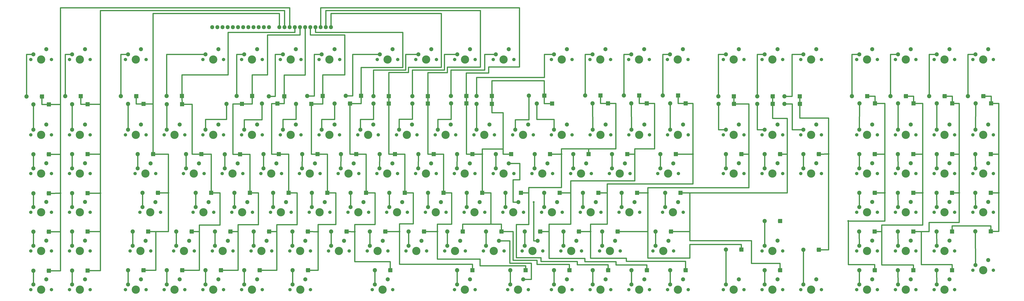
<source format=gtl>
G04 MADE WITH FRITZING*
G04 WWW.FRITZING.ORG*
G04 DOUBLE SIDED*
G04 HOLES PLATED*
G04 CONTOUR ON CENTER OF CONTOUR VECTOR*
%ASAXBY*%
%FSLAX23Y23*%
%MOIN*%
%OFA0B0*%
%SFA1.0B1.0*%
%ADD10C,0.078639*%
%ADD11C,0.158908*%
%ADD12C,0.065278*%
%ADD13C,0.082000*%
%ADD14C,0.039370*%
%ADD15C,0.078000*%
%ADD16R,0.082000X0.082000*%
%ADD17C,0.024000*%
%LNCOPPER1*%
G90*
G70*
G54D10*
X410Y5304D03*
X659Y5404D03*
G54D11*
X560Y5204D03*
G54D12*
X360Y5204D03*
X759Y5204D03*
G54D10*
X1160Y5304D03*
X1409Y5404D03*
G54D11*
X1310Y5204D03*
G54D12*
X1110Y5204D03*
X1509Y5204D03*
G54D10*
X2243Y5304D03*
X2493Y5404D03*
G54D11*
X2393Y5204D03*
G54D12*
X2193Y5204D03*
X2592Y5204D03*
G54D10*
X3743Y5304D03*
X3993Y5404D03*
G54D11*
X3893Y5204D03*
G54D12*
X3693Y5204D03*
X4092Y5204D03*
G54D10*
X4493Y5304D03*
X4743Y5404D03*
G54D11*
X4643Y5204D03*
G54D12*
X4443Y5204D03*
X4842Y5204D03*
G54D10*
X5993Y5304D03*
X6243Y5404D03*
G54D11*
X6143Y5204D03*
G54D12*
X5943Y5204D03*
X6342Y5204D03*
G54D10*
X5243Y5304D03*
X5493Y5404D03*
G54D11*
X5393Y5204D03*
G54D12*
X5193Y5204D03*
X5592Y5204D03*
G54D10*
X7867Y5304D03*
X8116Y5404D03*
G54D11*
X8016Y5204D03*
G54D12*
X7816Y5204D03*
X8216Y5204D03*
G54D10*
X7118Y5304D03*
X7367Y5404D03*
G54D11*
X7268Y5204D03*
G54D12*
X7068Y5204D03*
X7467Y5204D03*
G54D10*
X9367Y5304D03*
X9616Y5404D03*
G54D11*
X9516Y5204D03*
G54D12*
X9316Y5204D03*
X9716Y5204D03*
G54D10*
X8618Y5304D03*
X8867Y5404D03*
G54D11*
X8768Y5204D03*
G54D12*
X8568Y5204D03*
X8967Y5204D03*
G54D10*
X10492Y5304D03*
X10742Y5404D03*
G54D11*
X10642Y5204D03*
G54D12*
X10442Y5204D03*
X10842Y5204D03*
G54D10*
X12741Y5304D03*
X12991Y5404D03*
G54D11*
X12891Y5204D03*
G54D12*
X12691Y5204D03*
X13091Y5204D03*
G54D10*
X11241Y5304D03*
X11491Y5404D03*
G54D11*
X11391Y5204D03*
G54D12*
X11191Y5204D03*
X11591Y5204D03*
G54D10*
X11991Y5304D03*
X12241Y5404D03*
G54D11*
X12141Y5204D03*
G54D12*
X11941Y5204D03*
X12341Y5204D03*
G54D10*
X14574Y5304D03*
X14823Y5404D03*
G54D11*
X14723Y5204D03*
G54D12*
X14523Y5204D03*
X14923Y5204D03*
G54D10*
X13824Y5304D03*
X14073Y5404D03*
G54D11*
X13973Y5204D03*
G54D12*
X13773Y5204D03*
X14173Y5204D03*
G54D10*
X15324Y5304D03*
X15573Y5404D03*
G54D11*
X15473Y5204D03*
G54D12*
X15273Y5204D03*
X15673Y5204D03*
G54D10*
X18655Y5304D03*
X18904Y5404D03*
G54D11*
X18805Y5204D03*
G54D12*
X18605Y5204D03*
X19004Y5204D03*
G54D10*
X16406Y5304D03*
X16655Y5404D03*
G54D11*
X16556Y5204D03*
G54D12*
X16356Y5204D03*
X16755Y5204D03*
G54D10*
X17905Y5304D03*
X18154Y5404D03*
G54D11*
X18055Y5204D03*
G54D12*
X17855Y5204D03*
X18254Y5204D03*
G54D10*
X17155Y5304D03*
X17404Y5404D03*
G54D11*
X17305Y5204D03*
G54D12*
X17105Y5204D03*
X17504Y5204D03*
G54D10*
X410Y3844D03*
X659Y3944D03*
G54D11*
X560Y3744D03*
G54D12*
X360Y3744D03*
X759Y3744D03*
G54D10*
X1160Y3844D03*
X1409Y3944D03*
G54D11*
X1310Y3744D03*
G54D12*
X1110Y3744D03*
X1509Y3744D03*
G54D10*
X1160Y3094D03*
X1409Y3194D03*
G54D11*
X1310Y2994D03*
G54D12*
X1110Y2994D03*
X1509Y2994D03*
G54D10*
X410Y3094D03*
X659Y3194D03*
G54D11*
X560Y2994D03*
G54D12*
X360Y2994D03*
X759Y2994D03*
G54D10*
X410Y2344D03*
X659Y2444D03*
G54D11*
X560Y2244D03*
G54D12*
X360Y2244D03*
X759Y2244D03*
G54D10*
X1160Y2344D03*
X1409Y2444D03*
G54D11*
X1310Y2244D03*
G54D12*
X1110Y2244D03*
X1509Y2244D03*
G54D10*
X1160Y1594D03*
X1409Y1694D03*
G54D11*
X1310Y1494D03*
G54D12*
X1110Y1494D03*
X1509Y1494D03*
G54D10*
X410Y1594D03*
X659Y1694D03*
G54D11*
X560Y1494D03*
G54D12*
X360Y1494D03*
X759Y1494D03*
G54D10*
X1160Y844D03*
X1409Y944D03*
G54D11*
X1310Y744D03*
G54D12*
X1110Y744D03*
X1509Y744D03*
G54D10*
X410Y844D03*
X659Y944D03*
G54D11*
X560Y744D03*
G54D12*
X360Y744D03*
X759Y744D03*
G54D10*
X13824Y3844D03*
X14073Y3944D03*
G54D11*
X13973Y3744D03*
G54D12*
X13773Y3744D03*
X14173Y3744D03*
G54D10*
X15324Y3844D03*
X15573Y3944D03*
G54D11*
X15473Y3744D03*
G54D12*
X15273Y3744D03*
X15673Y3744D03*
G54D10*
X14574Y3844D03*
X14823Y3944D03*
G54D11*
X14723Y3744D03*
G54D12*
X14523Y3744D03*
X14923Y3744D03*
G54D10*
X15324Y3095D03*
X15573Y3195D03*
G54D11*
X15473Y2995D03*
G54D12*
X15273Y2995D03*
X15673Y2995D03*
G54D10*
X13824Y3095D03*
X14073Y3195D03*
G54D11*
X13973Y2995D03*
G54D12*
X13773Y2995D03*
X14173Y2995D03*
G54D10*
X14574Y3095D03*
X14823Y3195D03*
G54D11*
X14723Y2995D03*
G54D12*
X14523Y2995D03*
X14923Y2995D03*
G54D10*
X14574Y1595D03*
X14823Y1695D03*
G54D11*
X14723Y1495D03*
G54D12*
X14523Y1495D03*
X14923Y1495D03*
G54D10*
X15324Y844D03*
X15573Y944D03*
G54D11*
X15473Y744D03*
G54D12*
X15273Y744D03*
X15673Y744D03*
G54D10*
X13824Y844D03*
X14073Y944D03*
G54D11*
X13973Y744D03*
G54D12*
X13773Y744D03*
X14173Y744D03*
G54D10*
X14574Y844D03*
X14823Y944D03*
G54D11*
X14723Y744D03*
G54D12*
X14523Y744D03*
X14923Y744D03*
G54D10*
X16406Y3845D03*
X16655Y3945D03*
G54D11*
X16555Y3745D03*
G54D12*
X16355Y3745D03*
X16755Y3745D03*
G54D10*
X17155Y3845D03*
X17404Y3945D03*
G54D11*
X17305Y3745D03*
G54D12*
X17105Y3745D03*
X17504Y3745D03*
G54D10*
X18655Y3845D03*
X18904Y3945D03*
G54D11*
X18805Y3745D03*
G54D12*
X18605Y3745D03*
X19004Y3745D03*
G54D10*
X17905Y3845D03*
X18154Y3945D03*
G54D11*
X18055Y3745D03*
G54D12*
X17855Y3745D03*
X18254Y3745D03*
G54D10*
X16406Y3095D03*
X16655Y3195D03*
G54D11*
X16555Y2995D03*
G54D12*
X16355Y2995D03*
X16755Y2995D03*
G54D10*
X18655Y3095D03*
X18904Y3195D03*
G54D11*
X18805Y2995D03*
G54D12*
X18605Y2995D03*
X19004Y2995D03*
G54D10*
X17905Y3095D03*
X18154Y3195D03*
G54D11*
X18055Y2995D03*
G54D12*
X17855Y2995D03*
X18254Y2995D03*
G54D10*
X17155Y3095D03*
X17404Y3195D03*
G54D11*
X17305Y2995D03*
G54D12*
X17105Y2995D03*
X17504Y2995D03*
G54D10*
X18655Y1221D03*
X18904Y1320D03*
G54D11*
X18805Y1121D03*
G54D12*
X18605Y1121D03*
X19004Y1121D03*
G54D10*
X16406Y1595D03*
X16655Y1695D03*
G54D11*
X16555Y1495D03*
G54D12*
X16355Y1495D03*
X16755Y1495D03*
G54D10*
X17905Y2345D03*
X18154Y2445D03*
G54D11*
X18055Y2245D03*
G54D12*
X17855Y2245D03*
X18254Y2245D03*
G54D10*
X17905Y1595D03*
X18154Y1695D03*
G54D11*
X18055Y1495D03*
G54D12*
X17855Y1495D03*
X18254Y1495D03*
G54D10*
X17155Y1595D03*
X17404Y1695D03*
G54D11*
X17305Y1495D03*
G54D12*
X17105Y1495D03*
X17504Y1495D03*
G54D10*
X18655Y2345D03*
X18904Y2445D03*
G54D11*
X18805Y2245D03*
G54D12*
X18605Y2245D03*
X19004Y2245D03*
G54D10*
X17155Y2345D03*
X17404Y2445D03*
G54D11*
X17305Y2245D03*
G54D12*
X17105Y2245D03*
X17504Y2245D03*
G54D10*
X16406Y2345D03*
X16655Y2445D03*
G54D11*
X16555Y2245D03*
G54D12*
X16355Y2245D03*
X16755Y2245D03*
G54D10*
X17155Y845D03*
X17404Y945D03*
G54D11*
X17305Y745D03*
G54D12*
X17105Y745D03*
X17504Y745D03*
G54D10*
X17905Y845D03*
X18154Y945D03*
G54D11*
X18055Y745D03*
G54D12*
X17855Y745D03*
X18254Y745D03*
G54D10*
X16406Y845D03*
X16655Y945D03*
G54D11*
X16555Y745D03*
G54D12*
X16355Y745D03*
X16755Y745D03*
G54D10*
X5243Y3844D03*
X5493Y3944D03*
G54D11*
X5393Y3744D03*
G54D12*
X5193Y3744D03*
X5592Y3744D03*
G54D10*
X2993Y3844D03*
X3243Y3944D03*
G54D11*
X3143Y3744D03*
G54D12*
X2943Y3744D03*
X3342Y3744D03*
G54D10*
X2243Y3844D03*
X2493Y3944D03*
G54D11*
X2393Y3744D03*
G54D12*
X2193Y3744D03*
X2592Y3744D03*
G54D10*
X3743Y3844D03*
X3993Y3944D03*
G54D11*
X3893Y3744D03*
G54D12*
X3693Y3744D03*
X4092Y3744D03*
G54D10*
X4493Y3844D03*
X4743Y3944D03*
G54D11*
X4643Y3744D03*
G54D12*
X4443Y3744D03*
X4842Y3744D03*
G54D10*
X8992Y3844D03*
X9242Y3944D03*
G54D11*
X9142Y3744D03*
G54D12*
X8942Y3744D03*
X9341Y3744D03*
G54D10*
X8242Y3844D03*
X8492Y3944D03*
G54D11*
X8392Y3744D03*
G54D12*
X8192Y3744D03*
X8591Y3744D03*
G54D10*
X6742Y3844D03*
X6992Y3944D03*
G54D11*
X6892Y3744D03*
G54D12*
X6692Y3744D03*
X7091Y3744D03*
G54D10*
X7492Y3844D03*
X7742Y3944D03*
G54D11*
X7642Y3744D03*
G54D12*
X7442Y3744D03*
X7841Y3744D03*
G54D10*
X5992Y3844D03*
X6242Y3944D03*
G54D11*
X6142Y3744D03*
G54D12*
X5942Y3744D03*
X6341Y3744D03*
G54D10*
X12743Y3844D03*
X12993Y3944D03*
G54D11*
X12893Y3744D03*
G54D12*
X12693Y3744D03*
X13093Y3744D03*
G54D10*
X11993Y3844D03*
X12243Y3944D03*
G54D11*
X12143Y3744D03*
G54D12*
X11943Y3744D03*
X12343Y3744D03*
G54D10*
X10493Y3844D03*
X10743Y3944D03*
G54D11*
X10643Y3744D03*
G54D12*
X10443Y3744D03*
X10843Y3744D03*
G54D10*
X11243Y3844D03*
X11493Y3944D03*
G54D11*
X11393Y3744D03*
G54D12*
X11193Y3744D03*
X11593Y3744D03*
G54D10*
X9743Y3844D03*
X9993Y3944D03*
G54D11*
X9893Y3744D03*
G54D12*
X9693Y3744D03*
X10092Y3744D03*
G54D10*
X6364Y3094D03*
X6614Y3193D03*
G54D11*
X6514Y2994D03*
G54D12*
X6314Y2994D03*
X6714Y2994D03*
G54D10*
X8614Y3094D03*
X8864Y3193D03*
G54D11*
X8764Y2994D03*
G54D12*
X8564Y2994D03*
X8964Y2994D03*
G54D10*
X4115Y3094D03*
X4365Y3193D03*
G54D11*
X4265Y2994D03*
G54D12*
X4065Y2994D03*
X4465Y2994D03*
G54D10*
X2429Y3094D03*
X2679Y3193D03*
G54D11*
X2579Y2994D03*
G54D12*
X2379Y2994D03*
X2779Y2994D03*
G54D10*
X7864Y3094D03*
X8114Y3193D03*
G54D11*
X8014Y2994D03*
G54D12*
X7814Y2994D03*
X8214Y2994D03*
G54D10*
X9365Y3094D03*
X9615Y3193D03*
G54D11*
X9515Y2994D03*
G54D12*
X9315Y2994D03*
X9715Y2994D03*
G54D10*
X11615Y3094D03*
X11865Y3193D03*
G54D11*
X11765Y2994D03*
G54D12*
X11565Y2994D03*
X11965Y2994D03*
G54D10*
X10865Y3094D03*
X11115Y3193D03*
G54D11*
X11015Y2994D03*
G54D12*
X10815Y2994D03*
X11215Y2994D03*
G54D10*
X12554Y3094D03*
X12804Y3193D03*
G54D11*
X12704Y2994D03*
G54D12*
X12504Y2994D03*
X12904Y2994D03*
G54D10*
X5614Y3094D03*
X5864Y3193D03*
G54D11*
X5764Y2994D03*
G54D12*
X5564Y2994D03*
X5964Y2994D03*
G54D10*
X7114Y3094D03*
X7364Y3193D03*
G54D11*
X7264Y2994D03*
G54D12*
X7064Y2994D03*
X7464Y2994D03*
G54D10*
X10115Y3094D03*
X10365Y3193D03*
G54D11*
X10265Y2994D03*
G54D12*
X10065Y2994D03*
X10465Y2994D03*
G54D10*
X3365Y3094D03*
X3615Y3193D03*
G54D11*
X3515Y2994D03*
G54D12*
X3315Y2994D03*
X3715Y2994D03*
G54D10*
X4865Y3094D03*
X5115Y3193D03*
G54D11*
X5015Y2994D03*
G54D12*
X4815Y2994D03*
X5215Y2994D03*
G54D10*
X2523Y2344D03*
X2772Y2443D03*
G54D11*
X2673Y2244D03*
G54D12*
X2473Y2244D03*
X2872Y2244D03*
G54D10*
X8053Y2344D03*
X8303Y2443D03*
G54D11*
X8203Y2244D03*
G54D12*
X8003Y2244D03*
X8402Y2244D03*
G54D10*
X8803Y2344D03*
X9053Y2443D03*
G54D11*
X8953Y2244D03*
G54D12*
X8753Y2244D03*
X9152Y2244D03*
G54D10*
X6553Y2344D03*
X6803Y2443D03*
G54D11*
X6703Y2244D03*
G54D12*
X6503Y2244D03*
X6902Y2244D03*
G54D10*
X11054Y2344D03*
X11304Y2443D03*
G54D11*
X11204Y2244D03*
G54D12*
X11004Y2244D03*
X11404Y2244D03*
G54D10*
X5803Y2344D03*
X6053Y2443D03*
G54D11*
X5953Y2244D03*
G54D12*
X5753Y2244D03*
X6152Y2244D03*
G54D10*
X3554Y2344D03*
X3804Y2443D03*
G54D11*
X3704Y2244D03*
G54D12*
X3504Y2244D03*
X3904Y2244D03*
G54D10*
X9554Y2344D03*
X9804Y2443D03*
G54D11*
X9704Y2244D03*
G54D12*
X9504Y2244D03*
X9904Y2244D03*
G54D10*
X4304Y2344D03*
X4554Y2443D03*
G54D11*
X4454Y2244D03*
G54D12*
X4254Y2244D03*
X4654Y2244D03*
G54D10*
X7303Y2344D03*
X7553Y2443D03*
G54D11*
X7453Y2244D03*
G54D12*
X7253Y2244D03*
X7652Y2244D03*
G54D10*
X12645Y2344D03*
X12895Y2443D03*
G54D11*
X12795Y2244D03*
G54D12*
X12595Y2244D03*
X12995Y2244D03*
G54D10*
X10304Y2344D03*
X10554Y2443D03*
G54D11*
X10454Y2244D03*
G54D12*
X10254Y2244D03*
X10654Y2244D03*
G54D10*
X5054Y2344D03*
X5304Y2443D03*
G54D11*
X5204Y2244D03*
G54D12*
X5004Y2244D03*
X5404Y2244D03*
G54D10*
X11804Y2344D03*
X12054Y2443D03*
G54D11*
X11954Y2244D03*
G54D12*
X11754Y2244D03*
X12154Y2244D03*
G54D10*
X6925Y1594D03*
X7175Y1693D03*
G54D11*
X7075Y1494D03*
G54D12*
X6875Y1494D03*
X7275Y1494D03*
G54D10*
X9927Y1594D03*
X10176Y1693D03*
G54D11*
X10076Y1494D03*
G54D12*
X9876Y1494D03*
X10276Y1494D03*
G54D10*
X6175Y1594D03*
X6425Y1693D03*
G54D11*
X6325Y1494D03*
G54D12*
X6125Y1494D03*
X6525Y1494D03*
G54D10*
X12459Y1594D03*
X12709Y1693D03*
G54D11*
X12609Y1494D03*
G54D12*
X12409Y1494D03*
X12809Y1494D03*
G54D10*
X3177Y1594D03*
X3426Y1693D03*
G54D11*
X3326Y1494D03*
G54D12*
X3126Y1494D03*
X3526Y1494D03*
G54D10*
X10677Y1594D03*
X10926Y1693D03*
G54D11*
X10826Y1494D03*
G54D12*
X10626Y1494D03*
X11026Y1494D03*
G54D10*
X2334Y1594D03*
X2583Y1693D03*
G54D11*
X2484Y1494D03*
G54D12*
X2284Y1494D03*
X2683Y1494D03*
G54D10*
X3927Y1594D03*
X4176Y1693D03*
G54D11*
X4076Y1494D03*
G54D12*
X3876Y1494D03*
X4276Y1494D03*
G54D10*
X7675Y1594D03*
X7925Y1693D03*
G54D11*
X7825Y1494D03*
G54D12*
X7625Y1494D03*
X8025Y1494D03*
G54D10*
X4677Y1594D03*
X4926Y1693D03*
G54D11*
X4826Y1494D03*
G54D12*
X4626Y1494D03*
X5026Y1494D03*
G54D10*
X11427Y1594D03*
X11676Y1693D03*
G54D11*
X11576Y1494D03*
G54D12*
X11376Y1494D03*
X11776Y1494D03*
G54D10*
X9177Y1594D03*
X9426Y1693D03*
G54D11*
X9326Y1494D03*
G54D12*
X9126Y1494D03*
X9526Y1494D03*
G54D10*
X5425Y1594D03*
X5675Y1693D03*
G54D11*
X5575Y1494D03*
G54D12*
X5375Y1494D03*
X5775Y1494D03*
G54D10*
X8425Y1594D03*
X8675Y1693D03*
G54D11*
X8575Y1494D03*
G54D12*
X8375Y1494D03*
X8775Y1494D03*
G54D10*
X2993Y844D03*
X3243Y944D03*
G54D11*
X3143Y744D03*
G54D12*
X2943Y744D03*
X3342Y744D03*
G54D10*
X3743Y844D03*
X3993Y944D03*
G54D11*
X3893Y744D03*
G54D12*
X3693Y744D03*
X4092Y744D03*
G54D10*
X4493Y844D03*
X4743Y944D03*
G54D11*
X4643Y744D03*
G54D12*
X4443Y744D03*
X4842Y744D03*
G54D10*
X9645Y844D03*
X9895Y944D03*
G54D11*
X9795Y744D03*
G54D12*
X9595Y744D03*
X9995Y744D03*
G54D10*
X10493Y844D03*
X10743Y944D03*
G54D11*
X10643Y744D03*
G54D12*
X10443Y744D03*
X10843Y744D03*
G54D10*
X11993Y844D03*
X12243Y944D03*
G54D11*
X12143Y744D03*
G54D12*
X11943Y744D03*
X12343Y744D03*
G54D10*
X12743Y844D03*
X12993Y944D03*
G54D11*
X12893Y744D03*
G54D12*
X12693Y744D03*
X13093Y744D03*
G54D10*
X2243Y844D03*
X2493Y944D03*
G54D11*
X2393Y744D03*
G54D12*
X2193Y744D03*
X2592Y744D03*
G54D10*
X7022Y844D03*
X7272Y944D03*
G54D11*
X7172Y744D03*
G54D12*
X6972Y744D03*
X7371Y744D03*
G54D10*
X11243Y844D03*
X11493Y944D03*
G54D11*
X11393Y744D03*
G54D12*
X11193Y744D03*
X11593Y744D03*
G54D10*
X5428Y844D03*
X5677Y944D03*
G54D11*
X5578Y744D03*
G54D12*
X5378Y744D03*
X5777Y744D03*
G54D10*
X8615Y844D03*
X8865Y944D03*
G54D11*
X8765Y744D03*
G54D12*
X8565Y744D03*
X8965Y744D03*
G54D13*
X707Y3368D03*
X409Y3368D03*
X1459Y3373D03*
X1161Y3373D03*
X707Y4335D03*
X409Y4335D03*
X1459Y4339D03*
X1161Y4339D03*
X574Y4490D03*
X276Y4490D03*
X1325Y4495D03*
X1027Y4495D03*
X707Y2613D03*
X409Y2613D03*
X1459Y2617D03*
X1161Y2617D03*
X707Y1868D03*
X409Y1868D03*
X1459Y1873D03*
X1161Y1873D03*
X707Y1113D03*
X409Y1113D03*
X1459Y1117D03*
X1161Y1117D03*
X2541Y1121D03*
X2243Y1121D03*
X3291Y1121D03*
X2993Y1121D03*
X4041Y1121D03*
X3743Y1121D03*
X4791Y1121D03*
X4493Y1121D03*
X5727Y1121D03*
X5429Y1121D03*
X7321Y1121D03*
X7023Y1121D03*
X8913Y1121D03*
X8615Y1121D03*
X9943Y1121D03*
X9645Y1121D03*
X10791Y1121D03*
X10493Y1121D03*
X11541Y1121D03*
X11243Y1121D03*
X12291Y1121D03*
X11993Y1121D03*
X13041Y1121D03*
X12743Y1121D03*
X14121Y1521D03*
X13823Y1521D03*
X14871Y1121D03*
X14573Y1121D03*
X15621Y1518D03*
X15323Y1518D03*
X14871Y2074D03*
X14573Y2074D03*
X16704Y1121D03*
X16406Y1121D03*
X17452Y1121D03*
X17154Y1121D03*
X18202Y1121D03*
X17904Y1121D03*
X18952Y1874D03*
X18654Y1874D03*
X18202Y1871D03*
X17904Y1871D03*
X17452Y1871D03*
X17154Y1871D03*
X16702Y1871D03*
X16404Y1871D03*
X16704Y2621D03*
X16406Y2621D03*
X17452Y2621D03*
X17154Y2621D03*
X18202Y2621D03*
X17904Y2621D03*
X18952Y2621D03*
X18654Y2621D03*
X16704Y3371D03*
X16406Y3371D03*
X17452Y3371D03*
X17154Y3371D03*
X18204Y3371D03*
X17906Y3371D03*
X18952Y3371D03*
X18654Y3371D03*
X16708Y4355D03*
X16410Y4355D03*
X17455Y4355D03*
X17157Y4355D03*
X18205Y4355D03*
X17907Y4355D03*
X18958Y4355D03*
X18660Y4355D03*
X16560Y4496D03*
X16262Y4496D03*
X17307Y4496D03*
X17009Y4496D03*
X18057Y4496D03*
X17759Y4496D03*
X18807Y4496D03*
X18509Y4496D03*
X2632Y1871D03*
X2334Y1871D03*
X3474Y1871D03*
X3176Y1871D03*
X4224Y1871D03*
X3926Y1871D03*
X4974Y1871D03*
X4676Y1871D03*
X5724Y1871D03*
X5426Y1871D03*
X6474Y1871D03*
X6176Y1871D03*
X7224Y1871D03*
X6926Y1871D03*
X7974Y1871D03*
X7676Y1871D03*
X8724Y1871D03*
X8426Y1871D03*
X9474Y1871D03*
X9176Y1871D03*
X10224Y1871D03*
X9926Y1871D03*
X10974Y1871D03*
X10676Y1871D03*
X11724Y1871D03*
X11426Y1871D03*
X12757Y1871D03*
X12459Y1871D03*
X12943Y2621D03*
X12645Y2621D03*
X12102Y2621D03*
X11804Y2621D03*
X11352Y2621D03*
X11054Y2621D03*
X10602Y2621D03*
X10304Y2621D03*
X9852Y2621D03*
X9554Y2621D03*
X9102Y2621D03*
X8804Y2621D03*
X8352Y2621D03*
X8054Y2621D03*
X7602Y2621D03*
X7304Y2621D03*
X6852Y2621D03*
X6554Y2621D03*
X6102Y2621D03*
X5804Y2621D03*
X5352Y2621D03*
X5054Y2621D03*
X4602Y2621D03*
X4304Y2621D03*
X3852Y2621D03*
X3554Y2621D03*
X2821Y2621D03*
X2523Y2621D03*
X2727Y3371D03*
X2429Y3371D03*
X3663Y3371D03*
X3365Y3371D03*
X4413Y3369D03*
X4115Y3369D03*
X5163Y3371D03*
X4865Y3371D03*
X5913Y3371D03*
X5615Y3371D03*
X6663Y3371D03*
X6365Y3371D03*
X7413Y3371D03*
X7115Y3371D03*
X8163Y3371D03*
X7865Y3371D03*
X8913Y3371D03*
X8615Y3371D03*
X9663Y3371D03*
X9365Y3371D03*
X10416Y3371D03*
X10118Y3371D03*
X11163Y3371D03*
X10865Y3371D03*
X11913Y3371D03*
X11615Y3371D03*
X12852Y3371D03*
X12554Y3371D03*
X14121Y3371D03*
X13823Y3371D03*
X14871Y3371D03*
X14573Y3371D03*
X15621Y3371D03*
X15323Y3371D03*
X15254Y4344D03*
X14956Y4344D03*
X14727Y4344D03*
X14429Y4344D03*
X13977Y4344D03*
X13679Y4344D03*
X13975Y4492D03*
X13677Y4492D03*
X14727Y4492D03*
X14429Y4492D03*
X15253Y4492D03*
X14955Y4492D03*
X2401Y4495D03*
X2103Y4495D03*
X2541Y4344D03*
X2243Y4344D03*
X3290Y4340D03*
X2992Y4340D03*
X4449Y4344D03*
X4151Y4344D03*
X3286Y4499D03*
X2988Y4499D03*
X5134Y4351D03*
X4836Y4351D03*
X4645Y4499D03*
X4347Y4499D03*
X5267Y4492D03*
X4969Y4492D03*
X6012Y4499D03*
X5714Y4499D03*
X6756Y4503D03*
X6458Y4503D03*
X7293Y4495D03*
X6995Y4495D03*
X8049Y4495D03*
X7751Y4495D03*
X8794Y4499D03*
X8496Y4499D03*
X9290Y4499D03*
X8992Y4499D03*
X11393Y4508D03*
X11095Y4508D03*
X12143Y4508D03*
X11845Y4508D03*
X12896Y4508D03*
X12598Y4508D03*
X11539Y4356D03*
X11241Y4356D03*
X10456Y4353D03*
X10158Y4353D03*
X12289Y4356D03*
X11991Y4356D03*
X13042Y4356D03*
X12744Y4356D03*
X5793Y4347D03*
X5495Y4347D03*
X6541Y4351D03*
X6243Y4351D03*
X7293Y4351D03*
X6995Y4351D03*
X8049Y4351D03*
X7751Y4351D03*
X8796Y4355D03*
X8498Y4355D03*
X9290Y4347D03*
X8992Y4347D03*
X10304Y4505D03*
X10006Y4505D03*
G54D14*
X933Y2614D03*
X1705Y2616D03*
X3022Y2621D03*
X19105Y2621D03*
X18339Y2621D03*
X17633Y2621D03*
X16900Y2621D03*
X16194Y2077D03*
X5922Y1870D03*
X6633Y1870D03*
X7500Y1871D03*
X8233Y1871D03*
X9102Y3371D03*
X10637Y3373D03*
X13183Y3371D03*
X11200Y1871D03*
X12311Y2621D03*
X15811Y3374D03*
X10100Y2443D03*
G54D15*
X3872Y5833D03*
X3972Y5833D03*
X4072Y5833D03*
X4172Y5833D03*
X4272Y5833D03*
X4372Y5833D03*
X4472Y5833D03*
X4572Y5833D03*
X4672Y5833D03*
X4772Y5833D03*
X4872Y5833D03*
X4972Y5833D03*
X5172Y5833D03*
X5272Y5833D03*
X5372Y5833D03*
X5472Y5833D03*
X5572Y5833D03*
X5672Y5833D03*
X5772Y5833D03*
X5872Y5833D03*
X5972Y5833D03*
X6072Y5833D03*
X6172Y5833D03*
G54D16*
X708Y3368D03*
X1460Y3373D03*
X708Y4335D03*
X1460Y4339D03*
X575Y4490D03*
X1326Y4495D03*
X708Y2613D03*
X1460Y2617D03*
X708Y1868D03*
X1460Y1873D03*
X708Y1113D03*
X1460Y1117D03*
X2542Y1121D03*
X3292Y1121D03*
X4042Y1121D03*
X4792Y1121D03*
X5728Y1121D03*
X7322Y1121D03*
X8914Y1121D03*
X9944Y1121D03*
X10792Y1121D03*
X11542Y1121D03*
X12292Y1121D03*
X13042Y1121D03*
X14122Y1521D03*
X14872Y1121D03*
X15622Y1518D03*
X14872Y2074D03*
X16705Y1121D03*
X17453Y1121D03*
X18203Y1121D03*
X18953Y1874D03*
X18203Y1871D03*
X17453Y1871D03*
X16703Y1871D03*
X16705Y2621D03*
X17453Y2621D03*
X18203Y2621D03*
X18953Y2621D03*
X16705Y3371D03*
X17453Y3371D03*
X18205Y3371D03*
X18953Y3371D03*
X16709Y4355D03*
X17456Y4355D03*
X18206Y4355D03*
X18959Y4355D03*
X16561Y4496D03*
X17308Y4496D03*
X18058Y4496D03*
X18808Y4496D03*
X2633Y1871D03*
X3475Y1871D03*
X4225Y1871D03*
X4975Y1871D03*
X5725Y1871D03*
X6475Y1871D03*
X7225Y1871D03*
X7975Y1871D03*
X8725Y1871D03*
X9475Y1871D03*
X10225Y1871D03*
X10975Y1871D03*
X11725Y1871D03*
X12758Y1871D03*
X12944Y2621D03*
X12103Y2621D03*
X11353Y2621D03*
X10603Y2621D03*
X9853Y2621D03*
X9103Y2621D03*
X8353Y2621D03*
X7603Y2621D03*
X6853Y2621D03*
X6103Y2621D03*
X5353Y2621D03*
X4603Y2621D03*
X3853Y2621D03*
X2822Y2621D03*
X2728Y3371D03*
X3664Y3371D03*
X4414Y3369D03*
X5164Y3371D03*
X5914Y3371D03*
X6664Y3371D03*
X7414Y3371D03*
X8164Y3371D03*
X8914Y3371D03*
X9664Y3371D03*
X10417Y3371D03*
X11164Y3371D03*
X11914Y3371D03*
X12853Y3371D03*
X14122Y3371D03*
X14872Y3371D03*
X15622Y3371D03*
X15255Y4344D03*
X14728Y4344D03*
X13978Y4344D03*
X13976Y4492D03*
X14728Y4492D03*
X15254Y4492D03*
X2402Y4495D03*
X2542Y4344D03*
X3291Y4340D03*
X4450Y4344D03*
X3287Y4499D03*
X5135Y4351D03*
X4646Y4499D03*
X5268Y4492D03*
X6013Y4499D03*
X6757Y4503D03*
X7294Y4495D03*
X8050Y4495D03*
X8795Y4499D03*
X9291Y4499D03*
X11394Y4508D03*
X12144Y4508D03*
X12897Y4508D03*
X11540Y4356D03*
X10457Y4353D03*
X12290Y4356D03*
X13043Y4356D03*
X5794Y4347D03*
X6542Y4351D03*
X7294Y4351D03*
X8050Y4351D03*
X8797Y4355D03*
X9291Y4347D03*
X10305Y4505D03*
G54D17*
X409Y1080D02*
X410Y874D01*
D02*
X1160Y1085D02*
X1160Y874D01*
D02*
X1160Y1840D02*
X1160Y1624D01*
D02*
X409Y1836D02*
X410Y1624D01*
D02*
X409Y2580D02*
X410Y2374D01*
D02*
X1160Y2585D02*
X1160Y2374D01*
D02*
X1160Y3340D02*
X1160Y3124D01*
D02*
X409Y3336D02*
X410Y3124D01*
D02*
X409Y4303D02*
X410Y3874D01*
D02*
X1160Y4307D02*
X1160Y3874D01*
D02*
X1027Y4527D02*
X1027Y5304D01*
D02*
X1027Y5304D02*
X1130Y5304D01*
D02*
X276Y5304D02*
X380Y5304D01*
D02*
X276Y4522D02*
X276Y5304D01*
D02*
X2243Y874D02*
X2243Y1089D01*
D02*
X2993Y874D02*
X2993Y1089D01*
D02*
X3743Y874D02*
X3743Y1089D01*
D02*
X4493Y874D02*
X4493Y1089D01*
D02*
X5429Y1089D02*
X5428Y874D01*
D02*
X7023Y1089D02*
X7022Y874D01*
D02*
X8615Y1089D02*
X8615Y874D01*
D02*
X9645Y1089D02*
X9645Y874D01*
D02*
X10493Y1089D02*
X10493Y874D01*
D02*
X11243Y1089D02*
X11243Y874D01*
D02*
X11993Y1089D02*
X11993Y874D01*
D02*
X12743Y1089D02*
X12743Y874D01*
D02*
X13823Y1489D02*
X13824Y874D01*
D02*
X14573Y1089D02*
X14574Y874D01*
D02*
X15323Y1486D02*
X15324Y874D01*
D02*
X14574Y1625D02*
X14573Y2042D01*
D02*
X16406Y1089D02*
X16406Y874D01*
D02*
X17154Y1089D02*
X17155Y874D01*
D02*
X17904Y1089D02*
X17905Y874D01*
D02*
X18655Y1250D02*
X18654Y1842D01*
D02*
X17904Y1839D02*
X17905Y1624D01*
D02*
X17154Y1839D02*
X17155Y1624D01*
D02*
X16404Y1839D02*
X16405Y1624D01*
D02*
X16406Y2374D02*
X16406Y2589D01*
D02*
X17154Y2589D02*
X17155Y2374D01*
D02*
X17904Y2589D02*
X17905Y2374D01*
D02*
X18654Y2589D02*
X18655Y2374D01*
D02*
X16406Y3339D02*
X16406Y3124D01*
D02*
X17154Y3339D02*
X17155Y3124D01*
D02*
X17906Y3339D02*
X17905Y3124D01*
D02*
X18654Y3339D02*
X18655Y3124D01*
D02*
X16410Y4323D02*
X16406Y3874D01*
D02*
X17157Y4323D02*
X17155Y3874D01*
D02*
X17907Y4323D02*
X17905Y3874D01*
D02*
X18660Y4323D02*
X18655Y3874D01*
D02*
X16262Y5304D02*
X16376Y5304D01*
D02*
X16262Y4529D02*
X16262Y5304D01*
D02*
X17009Y5304D02*
X17125Y5304D01*
D02*
X17009Y4529D02*
X17009Y5304D01*
D02*
X17759Y5304D02*
X17875Y5304D01*
D02*
X17759Y4529D02*
X17759Y5304D01*
D02*
X18625Y5304D02*
X18509Y5304D01*
D02*
X18509Y5304D02*
X18509Y4529D01*
D02*
X2334Y1839D02*
X2334Y1623D01*
D02*
X3176Y1623D02*
X3176Y1839D01*
D02*
X3926Y1839D02*
X3926Y1623D01*
D02*
X4676Y1839D02*
X4676Y1623D01*
D02*
X5426Y1839D02*
X5425Y1623D01*
D02*
X6176Y1839D02*
X6175Y1623D01*
D02*
X6926Y1839D02*
X6925Y1623D01*
D02*
X7676Y1839D02*
X7675Y1623D01*
D02*
X8426Y1839D02*
X8425Y1623D01*
D02*
X9176Y1839D02*
X9176Y1623D01*
D02*
X9926Y1839D02*
X9926Y1623D01*
D02*
X10677Y1623D02*
X10676Y1839D01*
D02*
X11427Y1623D02*
X11426Y1839D01*
D02*
X12459Y1623D02*
X12459Y1839D01*
D02*
X12646Y2373D02*
X12645Y2589D01*
D02*
X11804Y2589D02*
X11804Y2373D01*
D02*
X11054Y2589D02*
X11054Y2373D01*
D02*
X10304Y2589D02*
X10304Y2373D01*
D02*
X9554Y2589D02*
X9554Y2373D01*
D02*
X8804Y2589D02*
X8803Y2373D01*
D02*
X8054Y2589D02*
X8053Y2373D01*
D02*
X7304Y2589D02*
X7303Y2373D01*
D02*
X6554Y2589D02*
X6553Y2373D01*
D02*
X5803Y2373D02*
X5804Y2589D01*
D02*
X5054Y2589D02*
X5054Y2373D01*
D02*
X4304Y2373D02*
X4304Y2589D01*
D02*
X3554Y2589D02*
X3554Y2373D01*
D02*
X2523Y2589D02*
X2523Y2373D01*
D02*
X2429Y3339D02*
X2429Y3123D01*
D02*
X3365Y3339D02*
X3365Y3123D01*
D02*
X4115Y3337D02*
X4115Y3123D01*
D02*
X4865Y3339D02*
X4865Y3123D01*
D02*
X5614Y3123D02*
X5615Y3339D01*
D02*
X6364Y3123D02*
X6365Y3339D01*
D02*
X7115Y3339D02*
X7114Y3123D01*
D02*
X7865Y3339D02*
X7864Y3123D01*
D02*
X8614Y3123D02*
X8615Y3339D01*
D02*
X9365Y3123D02*
X9365Y3339D01*
D02*
X10116Y3123D02*
X10117Y3339D01*
D02*
X10865Y3123D02*
X10865Y3339D01*
D02*
X11615Y3123D02*
X11615Y3339D01*
D02*
X12554Y3123D02*
X12554Y3339D01*
D02*
X13677Y5304D02*
X13794Y5304D01*
D02*
X13677Y4524D02*
X13677Y5304D01*
D02*
X14429Y5304D02*
X14544Y5304D01*
D02*
X14429Y4524D02*
X14429Y5304D01*
D02*
X15104Y5304D02*
X15294Y5304D01*
D02*
X15104Y4492D02*
X15104Y5304D01*
D02*
X14987Y4492D02*
X15104Y4492D01*
D02*
X13679Y4312D02*
X13679Y3844D01*
D02*
X13679Y3844D02*
X13794Y3844D01*
D02*
X14429Y3844D02*
X14544Y3844D01*
D02*
X14429Y4312D02*
X14429Y3844D01*
D02*
X15105Y3844D02*
X15294Y3844D01*
D02*
X15105Y4344D02*
X15105Y3844D01*
D02*
X14989Y4344D02*
X15105Y4344D01*
D02*
X13824Y3125D02*
X13823Y3339D01*
D02*
X14574Y3125D02*
X14573Y3339D01*
D02*
X15324Y3125D02*
X15323Y3339D01*
D02*
X2103Y4528D02*
X2103Y5304D01*
D02*
X2103Y5304D02*
X2214Y5304D01*
D02*
X2243Y4312D02*
X2243Y3874D01*
D02*
X2992Y4308D02*
X2993Y3874D01*
D02*
X4151Y4047D02*
X3743Y4047D01*
D02*
X3743Y4047D02*
X3743Y3874D01*
D02*
X4151Y4312D02*
X4151Y4047D01*
D02*
X4493Y4040D02*
X4493Y3874D01*
D02*
X4836Y4040D02*
X4493Y4040D01*
D02*
X4836Y4319D02*
X4836Y4040D01*
D02*
X2988Y4531D02*
X2988Y5304D01*
D02*
X2988Y5304D02*
X3714Y5304D01*
D02*
X4347Y5304D02*
X4464Y5304D01*
D02*
X4347Y4531D02*
X4347Y5304D01*
D02*
X5094Y4492D02*
X5094Y5304D01*
D02*
X5094Y5304D02*
X5214Y5304D01*
D02*
X5002Y4492D02*
X5094Y4492D01*
D02*
X5850Y5304D02*
X5964Y5304D01*
D02*
X5850Y4499D02*
X5850Y5304D01*
D02*
X5746Y4499D02*
X5850Y4499D01*
D02*
X6594Y5304D02*
X7088Y5304D01*
D02*
X6594Y4503D02*
X6594Y5304D01*
D02*
X6490Y4503D02*
X6594Y4503D01*
D02*
X7618Y5003D02*
X7618Y5304D01*
D02*
X7618Y5304D02*
X7837Y5304D01*
D02*
X6995Y4528D02*
X6995Y5003D01*
D02*
X6995Y5003D02*
X7618Y5003D01*
D02*
X7751Y5003D02*
X8370Y5003D01*
D02*
X8370Y5003D02*
X8370Y5304D01*
D02*
X8370Y5304D02*
X8588Y5304D01*
D02*
X7751Y4528D02*
X7751Y5003D01*
D02*
X9148Y5003D02*
X9148Y5304D01*
D02*
X8496Y5003D02*
X9148Y5003D01*
D02*
X9148Y5304D02*
X9337Y5304D01*
D02*
X8496Y4531D02*
X8496Y5003D01*
D02*
X10305Y4858D02*
X10305Y5304D01*
D02*
X8992Y4858D02*
X10305Y4858D01*
D02*
X10305Y5304D02*
X10463Y5304D01*
D02*
X8992Y4531D02*
X8992Y4858D01*
D02*
X11095Y5304D02*
X11212Y5304D01*
D02*
X11095Y4540D02*
X11095Y5304D01*
D02*
X11845Y5304D02*
X11962Y5304D01*
D02*
X11845Y4540D02*
X11845Y5304D01*
D02*
X12598Y4540D02*
X12598Y5304D01*
D02*
X12598Y5304D02*
X12712Y5304D01*
D02*
X10493Y4044D02*
X10493Y3874D01*
D02*
X10158Y4044D02*
X10493Y4044D01*
D02*
X10158Y4321D02*
X10158Y4044D01*
D02*
X11241Y4324D02*
X11243Y3874D01*
D02*
X11991Y4324D02*
X11993Y3874D01*
D02*
X12744Y4324D02*
X12743Y3874D01*
D02*
X5243Y4044D02*
X5243Y3874D01*
D02*
X5495Y4044D02*
X5243Y4044D01*
D02*
X5495Y4315D02*
X5495Y4044D01*
D02*
X5992Y4047D02*
X5992Y3874D01*
D02*
X6243Y4047D02*
X5992Y4047D01*
D02*
X6243Y4319D02*
X6243Y4047D01*
D02*
X6742Y4047D02*
X6995Y4047D01*
D02*
X6995Y4047D02*
X6995Y4319D01*
D02*
X6742Y3874D02*
X6742Y4047D01*
D02*
X7751Y4049D02*
X7751Y4319D01*
D02*
X7492Y4049D02*
X7751Y4049D01*
D02*
X7492Y3874D02*
X7492Y4049D01*
D02*
X10006Y4040D02*
X10006Y4473D01*
D02*
X9743Y4040D02*
X10006Y4040D01*
D02*
X9743Y3874D02*
X9743Y4040D01*
D02*
X8992Y4314D02*
X8992Y3874D01*
D02*
X8498Y4044D02*
X8242Y4044D01*
D02*
X8242Y4044D02*
X8242Y3874D01*
D02*
X8498Y4323D02*
X8498Y4044D01*
D02*
X933Y2595D02*
X933Y1113D01*
D02*
X933Y1113D02*
X740Y1113D01*
D02*
X933Y1868D02*
X740Y1868D01*
D02*
X933Y2595D02*
X933Y1868D01*
D02*
X933Y4335D02*
X740Y4335D01*
D02*
X933Y2633D02*
X933Y4335D01*
D02*
X574Y4335D02*
X574Y4458D01*
D02*
X675Y4335D02*
X574Y4335D01*
D02*
X1705Y2597D02*
X1705Y1117D01*
D02*
X1705Y1117D02*
X1491Y1117D01*
D02*
X1705Y1873D02*
X1491Y1873D01*
D02*
X1705Y2597D02*
X1705Y1873D01*
D02*
X1705Y3373D02*
X1491Y3373D01*
D02*
X1705Y2635D02*
X1705Y3373D01*
D02*
X1705Y2635D02*
X1705Y4339D01*
D02*
X1705Y4339D02*
X1491Y4339D01*
D02*
X1325Y4339D02*
X1325Y4463D01*
D02*
X1426Y4339D02*
X1325Y4339D01*
D02*
X933Y3368D02*
X740Y3368D01*
D02*
X933Y2633D02*
X933Y3368D01*
D02*
X2401Y4344D02*
X2401Y4463D01*
D02*
X2509Y4344D02*
X2401Y4344D01*
D02*
X2574Y4344D02*
X2727Y4344D01*
D02*
X2727Y4344D02*
X2727Y3404D01*
D02*
X3022Y2640D02*
X3022Y3371D01*
D02*
X3022Y3371D02*
X2759Y3371D01*
D02*
X3022Y1871D02*
X2664Y1871D01*
D02*
X3022Y2602D02*
X3022Y1871D01*
D02*
X3289Y4372D02*
X3287Y4467D01*
D02*
X3483Y3371D02*
X3631Y3371D01*
D02*
X3322Y4340D02*
X3483Y4340D01*
D02*
X3483Y4340D02*
X3483Y3371D01*
D02*
X3852Y3371D02*
X3852Y2654D01*
D02*
X3695Y3371D02*
X3852Y3371D01*
D02*
X18958Y4496D02*
X18839Y4496D01*
D02*
X18958Y4387D02*
X18958Y4496D01*
D02*
X18205Y4496D02*
X18089Y4496D01*
D02*
X18205Y4387D02*
X18205Y4496D01*
D02*
X17455Y4387D02*
X17455Y4496D01*
D02*
X17455Y4496D02*
X17339Y4496D01*
D02*
X16708Y4496D02*
X16592Y4496D01*
D02*
X16708Y4387D02*
X16708Y4496D01*
D02*
X19105Y4355D02*
X19105Y2640D01*
D02*
X18990Y4355D02*
X19105Y4355D01*
D02*
X19105Y2640D02*
X19105Y3371D01*
D02*
X19105Y3371D02*
X18984Y3371D01*
D02*
X19105Y2621D02*
X18984Y2621D01*
D02*
X19105Y2640D02*
X19105Y2621D01*
D02*
X19105Y1874D02*
X18984Y1874D01*
D02*
X19105Y2602D02*
X19105Y1874D01*
D02*
X18202Y1983D02*
X18202Y1904D01*
D02*
X18952Y1906D02*
X18952Y1983D01*
D02*
X18952Y1983D02*
X18202Y1983D01*
D02*
X18339Y4355D02*
X18339Y2640D01*
D02*
X18238Y4355D02*
X18339Y4355D01*
D02*
X18339Y3371D02*
X18237Y3371D01*
D02*
X18339Y2640D02*
X18339Y3371D01*
D02*
X18339Y2621D02*
X18234Y2621D01*
D02*
X18339Y2640D02*
X18339Y2621D01*
D02*
X17755Y2049D02*
X17755Y1871D01*
D02*
X17755Y1871D02*
X17484Y1871D01*
D02*
X18339Y2049D02*
X17755Y2049D01*
D02*
X18339Y2602D02*
X18339Y2049D01*
D02*
X18202Y1233D02*
X18202Y1154D01*
D02*
X17605Y1233D02*
X18202Y1233D01*
D02*
X17605Y1871D02*
X17605Y1233D01*
D02*
X17484Y1871D02*
X17605Y1871D01*
D02*
X17633Y4355D02*
X17633Y2640D01*
D02*
X17488Y4355D02*
X17633Y4355D01*
D02*
X17633Y2640D02*
X17633Y3371D01*
D02*
X17633Y3371D02*
X17484Y3371D01*
D02*
X17633Y2621D02*
X17484Y2621D01*
D02*
X17633Y2640D02*
X17633Y2621D01*
D02*
X16839Y1999D02*
X16839Y1871D01*
D02*
X16839Y1871D02*
X16734Y1871D01*
D02*
X17633Y1999D02*
X16839Y1999D01*
D02*
X17633Y2602D02*
X17633Y1999D01*
D02*
X16839Y1871D02*
X16839Y1227D01*
D02*
X17452Y1227D02*
X17452Y1154D01*
D02*
X16734Y1871D02*
X16839Y1871D01*
D02*
X16839Y1227D02*
X17452Y1227D01*
D02*
X16900Y4355D02*
X16900Y2640D01*
D02*
X16740Y4355D02*
X16900Y4355D01*
D02*
X16900Y2640D02*
X16900Y3371D01*
D02*
X16900Y3371D02*
X16737Y3371D01*
D02*
X16900Y2621D02*
X16737Y2621D01*
D02*
X16900Y2640D02*
X16900Y2621D01*
D02*
X16900Y2077D02*
X16213Y2077D01*
D02*
X16900Y2602D02*
X16900Y2077D01*
D02*
X16194Y1233D02*
X16704Y1233D01*
D02*
X16194Y2058D02*
X16194Y1233D01*
D02*
X16704Y1233D02*
X16704Y1154D01*
D02*
X3622Y1121D02*
X3323Y1121D01*
D02*
X3622Y1871D02*
X3622Y1121D01*
D02*
X3506Y1871D02*
X3622Y1871D01*
D02*
X2778Y1871D02*
X2778Y1121D01*
D02*
X2664Y1871D02*
X2778Y1871D01*
D02*
X2778Y1121D02*
X2573Y1121D01*
D02*
X1686Y2616D02*
X1491Y2617D01*
D02*
X914Y2614D02*
X740Y2613D01*
D02*
X3003Y2621D02*
X2853Y2621D01*
D02*
X3622Y1871D02*
X3622Y1999D01*
D02*
X3622Y1999D02*
X4022Y1999D01*
D02*
X4022Y1999D02*
X4022Y2621D01*
D02*
X4022Y2621D02*
X3884Y2621D01*
D02*
X3506Y1871D02*
X3622Y1871D01*
D02*
X4645Y4344D02*
X4645Y4467D01*
D02*
X4481Y4344D02*
X4645Y4344D01*
D02*
X4274Y3369D02*
X4381Y3369D01*
D02*
X4274Y4344D02*
X4274Y3369D01*
D02*
X4417Y4344D02*
X4274Y4344D01*
D02*
X4602Y3369D02*
X4602Y2654D01*
D02*
X4445Y3369D02*
X4602Y3369D01*
D02*
X4372Y1871D02*
X4367Y1871D01*
D02*
X4372Y2005D02*
X4372Y1871D01*
D02*
X4367Y1871D02*
X4256Y1871D01*
D02*
X4767Y2621D02*
X4767Y2005D01*
D02*
X4634Y2621D02*
X4767Y2621D01*
D02*
X4767Y2005D02*
X4372Y2005D01*
D02*
X4372Y1871D02*
X4372Y1121D01*
D02*
X4256Y1871D02*
X4372Y1871D01*
D02*
X4372Y1121D02*
X4073Y1121D01*
D02*
X5267Y4351D02*
X5166Y4351D01*
D02*
X5267Y4460D02*
X5267Y4351D01*
D02*
X5022Y4351D02*
X5022Y3371D01*
D02*
X5022Y3371D02*
X5131Y3371D01*
D02*
X5102Y4351D02*
X5022Y4351D01*
D02*
X5352Y3371D02*
X5352Y2654D01*
D02*
X5195Y3371D02*
X5352Y3371D01*
D02*
X5122Y2005D02*
X5122Y1871D01*
D02*
X5122Y1871D02*
X5006Y1871D01*
D02*
X5517Y2621D02*
X5517Y2005D01*
D02*
X5517Y2005D02*
X5122Y2005D01*
D02*
X5384Y2621D02*
X5517Y2621D01*
D02*
X5122Y1871D02*
X5122Y1121D01*
D02*
X5122Y1121D02*
X4823Y1121D01*
D02*
X5006Y1871D02*
X5122Y1871D01*
D02*
X6012Y4347D02*
X5825Y4347D01*
D02*
X6012Y4467D02*
X6012Y4347D01*
D02*
X5793Y4315D02*
X5793Y3371D01*
D02*
X5793Y3371D02*
X5881Y3371D01*
D02*
X6102Y3371D02*
X6102Y2654D01*
D02*
X5945Y3371D02*
X6102Y3371D01*
D02*
X5903Y1870D02*
X5756Y1871D01*
D02*
X5922Y1121D02*
X5759Y1121D01*
D02*
X5922Y1851D02*
X5922Y1121D01*
D02*
X6267Y2621D02*
X6134Y2621D01*
D02*
X6267Y2010D02*
X6267Y2621D01*
D02*
X5922Y2010D02*
X6267Y2010D01*
D02*
X5922Y1889D02*
X5922Y2010D01*
D02*
X6756Y4351D02*
X6756Y4471D01*
D02*
X6574Y4351D02*
X6756Y4351D01*
D02*
X6541Y4319D02*
X6541Y3371D01*
D02*
X6541Y3371D02*
X6631Y3371D01*
D02*
X6852Y3371D02*
X6852Y2654D01*
D02*
X6695Y3371D02*
X6852Y3371D01*
D02*
X6633Y2010D02*
X6633Y1889D01*
D02*
X6614Y1870D02*
X6506Y1871D01*
D02*
X7026Y2010D02*
X6633Y2010D01*
D02*
X7026Y2621D02*
X7026Y2010D01*
D02*
X6884Y2621D02*
X7026Y2621D01*
D02*
X6633Y1288D02*
X7321Y1288D01*
D02*
X6633Y1851D02*
X6633Y1288D01*
D02*
X7321Y1288D02*
X7321Y1154D01*
D02*
X7293Y4383D02*
X7293Y4463D01*
D02*
X7293Y4319D02*
X7293Y3371D01*
D02*
X7293Y3371D02*
X7381Y3371D01*
D02*
X7602Y3371D02*
X7602Y2654D01*
D02*
X7445Y3371D02*
X7602Y3371D01*
D02*
X7481Y1871D02*
X7256Y1871D01*
D02*
X7767Y2621D02*
X7634Y2621D01*
D02*
X7767Y2021D02*
X7767Y2621D01*
D02*
X7500Y2021D02*
X7767Y2021D01*
D02*
X7500Y1890D02*
X7500Y2021D01*
D02*
X8913Y1240D02*
X8913Y1154D01*
D02*
X7500Y1240D02*
X8913Y1240D01*
D02*
X7500Y1852D02*
X7500Y1240D01*
D02*
X8049Y4383D02*
X8049Y4463D01*
D02*
X8049Y4319D02*
X8049Y3371D01*
D02*
X8049Y3371D02*
X8131Y3371D01*
D02*
X8352Y3371D02*
X8352Y2654D01*
D02*
X8195Y3371D02*
X8352Y3371D01*
D02*
X8214Y1871D02*
X8006Y1871D01*
D02*
X8511Y2016D02*
X8233Y2016D01*
D02*
X8233Y2016D02*
X8233Y1890D01*
D02*
X8511Y2621D02*
X8511Y2016D01*
D02*
X8384Y2621D02*
X8511Y2621D01*
D02*
X9943Y1210D02*
X9943Y1154D01*
D02*
X9061Y1210D02*
X9943Y1210D01*
D02*
X9061Y1338D02*
X9061Y1210D01*
D02*
X8233Y1338D02*
X9061Y1338D01*
D02*
X8233Y1852D02*
X8233Y1338D01*
D02*
X8795Y4388D02*
X8795Y4467D01*
D02*
X8796Y3371D02*
X8881Y3371D01*
D02*
X8796Y4323D02*
X8796Y3371D01*
D02*
X8945Y3371D02*
X9083Y3371D01*
D02*
X9102Y3352D02*
X9102Y2654D01*
D02*
X10163Y1314D02*
X10163Y1236D01*
D02*
X10791Y1236D02*
X10791Y1154D01*
D02*
X10163Y1236D02*
X10791Y1236D01*
D02*
X9506Y1871D02*
X9700Y1871D01*
D02*
X9700Y1871D02*
X9700Y1314D01*
D02*
X9700Y1314D02*
X10163Y1314D01*
D02*
X9505Y3371D02*
X9631Y3371D01*
D02*
X9505Y3471D02*
X9505Y3371D01*
D02*
X9102Y3471D02*
X9505Y3471D01*
D02*
X9102Y3390D02*
X9102Y3471D01*
D02*
X9290Y4177D02*
X9290Y4314D01*
D02*
X9505Y3371D02*
X9505Y4177D01*
D02*
X9631Y3371D02*
X9505Y3371D01*
D02*
X9505Y4177D02*
X9290Y4177D01*
D02*
X9290Y4379D02*
X9290Y4467D01*
D02*
X10304Y4353D02*
X10304Y4473D01*
D02*
X10424Y4353D02*
X10304Y4353D01*
D02*
X10304Y4795D02*
X9290Y4795D01*
D02*
X9290Y4795D02*
X9290Y4531D01*
D02*
X10304Y4537D02*
X10304Y4795D01*
D02*
X10003Y2621D02*
X9884Y2621D01*
D02*
X10003Y2727D02*
X10003Y2621D01*
D02*
X10637Y2727D02*
X10003Y2727D01*
D02*
X10637Y3354D02*
X10637Y2727D01*
D02*
X10618Y3373D02*
X10448Y3372D01*
D02*
X11163Y3474D02*
X11163Y3404D01*
D02*
X10637Y3474D02*
X11163Y3474D01*
D02*
X10637Y3392D02*
X10637Y3474D01*
D02*
X11393Y4356D02*
X11393Y4475D01*
D02*
X11507Y4356D02*
X11393Y4356D01*
D02*
X11163Y3475D02*
X11163Y3404D01*
D02*
X11689Y3475D02*
X11163Y3475D01*
D02*
X11689Y4356D02*
X11689Y3475D01*
D02*
X11571Y4356D02*
X11689Y4356D01*
D02*
X10241Y1366D02*
X10241Y1292D01*
D02*
X11541Y1229D02*
X11541Y1154D01*
D02*
X10241Y1292D02*
X10944Y1292D01*
D02*
X10944Y1229D02*
X11541Y1229D01*
D02*
X10944Y1292D02*
X10944Y1229D01*
D02*
X10004Y2621D02*
X10004Y2010D01*
D02*
X9884Y2621D02*
X10004Y2621D01*
D02*
X9763Y1366D02*
X10241Y1366D01*
D02*
X10004Y2010D02*
X9763Y2010D01*
D02*
X9763Y2010D02*
X9763Y1366D01*
D02*
X12143Y4356D02*
X12143Y4475D01*
D02*
X12257Y4356D02*
X12143Y4356D01*
D02*
X12055Y3477D02*
X12439Y3477D01*
D02*
X12055Y3371D02*
X12055Y3477D01*
D02*
X12439Y4356D02*
X12321Y4356D01*
D02*
X12439Y3477D02*
X12439Y4356D01*
D02*
X11945Y3371D02*
X12055Y3371D01*
D02*
X10817Y2621D02*
X10817Y2855D01*
D02*
X10817Y2855D02*
X12055Y2855D01*
D02*
X12055Y2855D02*
X12055Y3371D01*
D02*
X12055Y3371D02*
X11945Y3371D01*
D02*
X10634Y2621D02*
X10817Y2621D01*
D02*
X10396Y1871D02*
X10256Y1871D01*
D02*
X10817Y2016D02*
X10396Y2016D01*
D02*
X10396Y2016D02*
X10396Y1871D01*
D02*
X10817Y2621D02*
X10817Y2016D01*
D02*
X10634Y2621D02*
X10817Y2621D01*
D02*
X11693Y1288D02*
X11089Y1288D01*
D02*
X11693Y1225D02*
X11693Y1288D01*
D02*
X11089Y1351D02*
X10396Y1351D01*
D02*
X11089Y1288D02*
X11089Y1351D01*
D02*
X12291Y1154D02*
X12291Y1225D01*
D02*
X10396Y1871D02*
X10256Y1871D01*
D02*
X12291Y1225D02*
X11693Y1225D01*
D02*
X10396Y1351D02*
X10396Y1871D01*
D02*
X12896Y4356D02*
X12896Y4475D01*
D02*
X13010Y4356D02*
X12896Y4356D01*
D02*
X13164Y3371D02*
X12884Y3371D01*
D02*
X13183Y4356D02*
X13183Y3390D01*
D02*
X13074Y4356D02*
X13183Y4356D01*
D02*
X11522Y2621D02*
X11384Y2621D01*
D02*
X13183Y2794D02*
X11522Y2794D01*
D02*
X13183Y3352D02*
X13183Y2794D01*
D02*
X11522Y2794D02*
X11522Y2621D01*
D02*
X11181Y1871D02*
X11006Y1871D01*
D02*
X11522Y2621D02*
X11522Y2016D01*
D02*
X11200Y2016D02*
X11200Y1890D01*
D02*
X11522Y2016D02*
X11200Y2016D01*
D02*
X11384Y2621D02*
X11522Y2621D01*
D02*
X11894Y1355D02*
X11894Y1294D01*
D02*
X11894Y1294D02*
X13041Y1294D01*
D02*
X13041Y1294D02*
X13041Y1154D01*
D02*
X11200Y1355D02*
X11894Y1355D01*
D02*
X11200Y1852D02*
X11200Y1355D01*
D02*
X13976Y4376D02*
X13975Y4460D01*
D02*
X14267Y3371D02*
X14153Y3371D01*
D02*
X14267Y4344D02*
X14267Y3371D01*
D02*
X14009Y4344D02*
X14267Y4344D01*
D02*
X12311Y2721D02*
X12311Y2640D01*
D02*
X12292Y2621D02*
X12134Y2621D01*
D02*
X14267Y2721D02*
X12311Y2721D01*
D02*
X14267Y3371D02*
X14267Y2721D01*
D02*
X14153Y3371D02*
X14267Y3371D01*
D02*
X12311Y1871D02*
X11756Y1871D01*
D02*
X12311Y2602D02*
X12311Y1871D01*
D02*
X13122Y1621D02*
X14121Y1621D01*
D02*
X13122Y1360D02*
X13122Y1621D01*
D02*
X14121Y1621D02*
X14121Y1554D01*
D02*
X12311Y2602D02*
X12311Y1360D01*
D02*
X12311Y1360D02*
X13122Y1360D01*
D02*
X14727Y4376D02*
X14727Y4460D01*
D02*
X15011Y3371D02*
X14903Y3371D01*
D02*
X15011Y4066D02*
X15011Y3371D01*
D02*
X14727Y4066D02*
X15011Y4066D01*
D02*
X14727Y4312D02*
X14727Y4066D01*
D02*
X15011Y3371D02*
X15011Y2621D01*
D02*
X15011Y2621D02*
X12975Y2621D01*
D02*
X14903Y3371D02*
X15011Y3371D01*
D02*
X13122Y2621D02*
X13122Y1871D01*
D02*
X13122Y1871D02*
X12789Y1871D01*
D02*
X12975Y2621D02*
X13122Y2621D01*
D02*
X14871Y1255D02*
X14871Y1154D01*
D02*
X14317Y1255D02*
X14871Y1255D01*
D02*
X14317Y1695D02*
X14317Y1255D01*
D02*
X13122Y1695D02*
X14317Y1695D01*
D02*
X13122Y1871D02*
X13122Y1695D01*
D02*
X12789Y1871D02*
X13122Y1871D01*
D02*
X15792Y3374D02*
X15653Y3372D01*
D02*
X15254Y4376D02*
X15253Y4460D01*
D02*
X15811Y4071D02*
X15811Y3393D01*
D02*
X15254Y4071D02*
X15811Y4071D01*
D02*
X15254Y4312D02*
X15254Y4071D01*
D02*
X15811Y3355D02*
X15811Y1518D01*
D02*
X15811Y1518D02*
X15653Y1518D01*
D02*
X9637Y1693D02*
X9456Y1693D01*
D02*
X10052Y1258D02*
X9637Y1258D01*
D02*
X9637Y1258D02*
X9637Y1693D01*
D02*
X10052Y944D02*
X10052Y1258D01*
D02*
X9925Y944D02*
X10052Y944D01*
D02*
X10100Y1693D02*
X10100Y2424D01*
D02*
X10147Y1693D02*
X10100Y1693D01*
D02*
X9270Y2014D02*
X9270Y2621D01*
D02*
X9270Y2621D02*
X9134Y2621D01*
D02*
X9474Y2014D02*
X9270Y2014D01*
D02*
X9474Y1904D02*
X9474Y2014D01*
D02*
X9474Y2014D02*
X8724Y2014D01*
D02*
X9474Y1904D02*
X9474Y2014D01*
D02*
X8724Y2014D02*
X8724Y1904D01*
D02*
X9830Y3193D02*
X9645Y3193D01*
D02*
X9830Y2877D02*
X9830Y3193D01*
D02*
X9700Y2877D02*
X9830Y2877D01*
D02*
X9700Y2443D02*
X9700Y2877D01*
D02*
X9774Y2443D02*
X9700Y2443D01*
D02*
X5372Y6210D02*
X5372Y5863D01*
D02*
X933Y6210D02*
X5372Y6210D01*
D02*
X933Y2633D02*
X933Y6210D01*
D02*
X5272Y6155D02*
X5272Y5863D01*
D02*
X1705Y6155D02*
X5272Y6155D01*
D02*
X1705Y2635D02*
X1705Y6155D01*
D02*
X5172Y6099D02*
X5172Y5863D01*
D02*
X2727Y6099D02*
X5172Y6099D01*
D02*
X2727Y3404D02*
X2727Y6099D01*
D02*
X5472Y5733D02*
X4178Y5733D01*
D02*
X4178Y4910D02*
X3286Y4910D01*
D02*
X4178Y5733D02*
X4178Y4910D01*
D02*
X3286Y4910D02*
X3286Y4531D01*
D02*
X5472Y5802D02*
X5472Y5733D01*
D02*
X4944Y5683D02*
X5572Y5683D01*
D02*
X4944Y4910D02*
X4944Y5683D01*
D02*
X5572Y5683D02*
X5572Y5802D01*
D02*
X4645Y4910D02*
X4944Y4910D01*
D02*
X4645Y4531D02*
X4645Y4910D01*
D02*
X5267Y4905D02*
X5672Y4905D01*
D02*
X5672Y4905D02*
X5672Y5802D01*
D02*
X5267Y4524D02*
X5267Y4905D01*
D02*
X6439Y5683D02*
X6439Y4908D01*
D02*
X6439Y4908D02*
X6012Y4908D01*
D02*
X5772Y5683D02*
X6439Y5683D01*
D02*
X6012Y4908D02*
X6012Y4531D01*
D02*
X5772Y5802D02*
X5772Y5683D01*
D02*
X7563Y5733D02*
X7563Y5051D01*
D02*
X6756Y5051D02*
X6756Y4535D01*
D02*
X7563Y5051D02*
X6756Y5051D01*
D02*
X5872Y5733D02*
X7563Y5733D01*
D02*
X5872Y5802D02*
X5872Y5733D01*
D02*
X7674Y4955D02*
X7293Y4955D01*
D02*
X6172Y6099D02*
X8311Y6099D01*
D02*
X7674Y5055D02*
X7674Y4955D01*
D02*
X8311Y5055D02*
X7674Y5055D01*
D02*
X7293Y4955D02*
X7293Y4528D01*
D02*
X6172Y5863D02*
X6172Y6099D01*
D02*
X8311Y6099D02*
X8311Y5055D01*
D02*
X8426Y5058D02*
X8426Y4951D01*
D02*
X8426Y4951D02*
X8049Y4951D01*
D02*
X8049Y4951D02*
X8049Y4528D01*
D02*
X6072Y5863D02*
X6072Y6155D01*
D02*
X6072Y6155D02*
X9067Y6155D01*
D02*
X9067Y5058D02*
X8426Y5058D01*
D02*
X9067Y6155D02*
X9067Y5058D01*
D02*
X9226Y4947D02*
X8794Y4947D01*
D02*
X8794Y4947D02*
X8794Y4531D01*
D02*
X9226Y5062D02*
X9226Y4947D01*
D02*
X9822Y5062D02*
X9226Y5062D01*
D02*
X5972Y6210D02*
X9822Y6210D01*
D02*
X5972Y5863D02*
X5972Y6210D01*
D02*
X9822Y6210D02*
X9822Y5062D01*
G04 End of Copper1*
M02*
</source>
